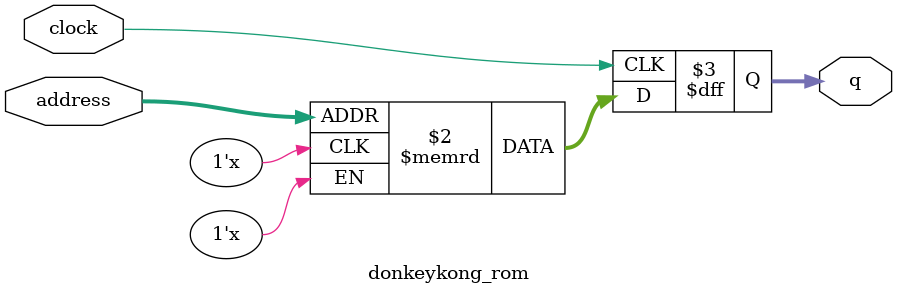
<source format=sv>
module donkeykong_rom (
	input logic clock,
	input logic [11:0] address,
	output logic [3:0] q
);

logic [3:0] memory [0:3599] /* synthesis ram_init_file = "donkeykong.mif" */;

always_ff @ (posedge clock) begin
	q <= memory[address];
end

endmodule

</source>
